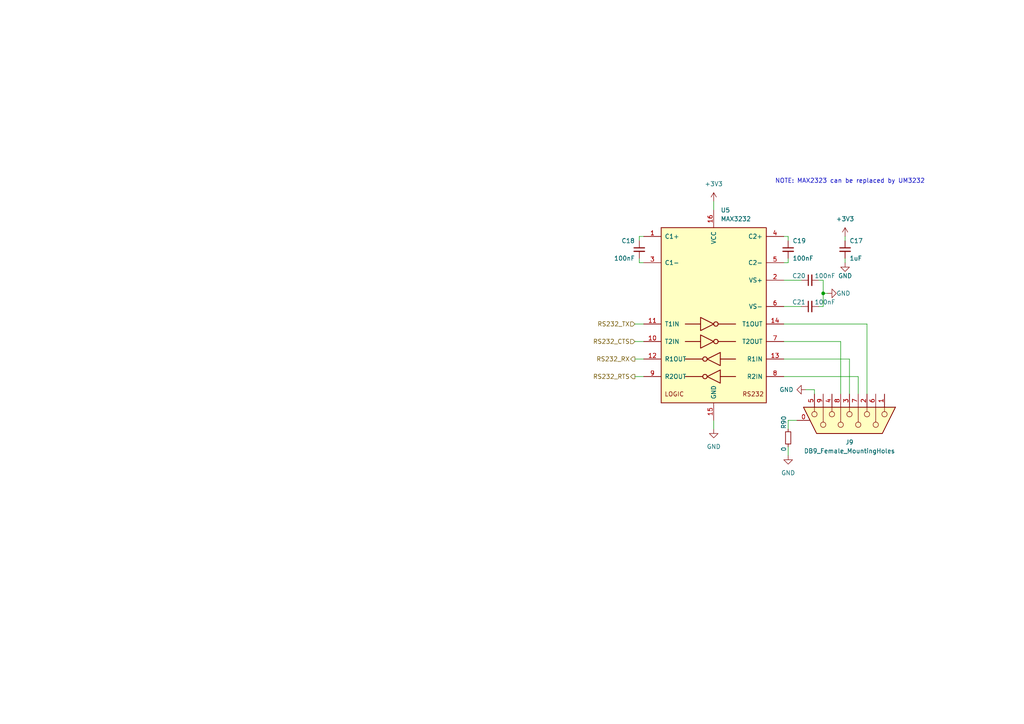
<source format=kicad_sch>
(kicad_sch (version 20211123) (generator eeschema)
  (paper "A4")
  (title_block (title "Kiethley 615 Interface Board") (date "2023-03-04") (rev "1.0") (company "Peter Farley") (comment 1 "Rev 1.0: Initial revision"))
  (lib_symbols
    (symbol "Connector:DB9_Female_MountingHoles" (pin_names (offset 1.016) hide)
      (property "Reference" "J" (at 0 16.51 0))
      (property "Value" "DB9_Female_MountingHoles" (at 0 14.605 0))
      (symbol "DB9_Female_MountingHoles_0_1"
        (circle (center -1.778 -10.16) (radius 0.762))
        (circle (center -1.778 -5.08) (radius 0.762))
        (circle (center -1.778 0) (radius 0.762))
        (circle (center -1.778 5.08) (radius 0.762))
        (circle (center -1.778 10.16) (radius 0.762))
        (polyline (pts (xy -3.81 -10.16) (xy -2.54 -10.16)))
        (polyline (pts (xy -3.81 -7.62) (xy 0.508 -7.62)))
        (polyline (pts (xy -3.81 -5.08) (xy -2.54 -5.08)))
        (polyline (pts (xy -3.81 -2.54) (xy 0.508 -2.54)))
        (polyline (pts (xy -3.81 0) (xy -2.54 0)))
        (polyline (pts (xy -3.81 2.54) (xy 0.508 2.54)))
        (polyline (pts (xy -3.81 5.08) (xy -2.54 5.08)))
        (polyline (pts (xy -3.81 7.62) (xy 0.508 7.62)))
        (polyline (pts (xy -3.81 10.16) (xy -2.54 10.16)))
        (polyline (pts (xy -3.81 13.335) (xy -3.81 -13.335) (xy 3.81 -9.525) (xy 3.81 9.525) (xy -3.81 13.335)) (stroke (width 0.254)) (fill (type background)))
        (circle (center 1.27 -7.62) (radius 0.762))
        (circle (center 1.27 -2.54) (radius 0.762))
        (circle (center 1.27 2.54) (radius 0.762))
        (circle (center 1.27 7.62) (radius 0.762))
      )
      (symbol "DB9_Female_MountingHoles_1_1"
        (pin passive line (at 0 -15.24 90) (length 3.81) (name "PAD") (number "0"))
        (pin passive line (at -7.62 10.16 0) (length 3.81) (name "1") (number "1"))
        (pin passive line (at -7.62 5.08 0) (length 3.81) (name "2") (number "2"))
        (pin passive line (at -7.62 0 0) (length 3.81) (name "3") (number "3"))
        (pin passive line (at -7.62 -5.08 0) (length 3.81) (name "4") (number "4"))
        (pin passive line (at -7.62 -10.16 0) (length 3.81) (name "5") (number "5"))
        (pin passive line (at -7.62 7.62 0) (length 3.81) (name "6") (number "6"))
        (pin passive line (at -7.62 2.54 0) (length 3.81) (name "7") (number "7"))
        (pin passive line (at -7.62 -2.54 0) (length 3.81) (name "8") (number "8"))
        (pin passive line (at -7.62 -7.62 0) (length 3.81) (name "9") (number "9"))
      )
    )
    (symbol "Device:C_Small" (pin_numbers hide) (pin_names (offset 0.254) hide)
      (property "Reference" "C" (at 0.254 1.778 0))
      (property "Value" "C_Small" (at 0.254 -2.032 0))
      (symbol "C_Small_0_1"
        (polyline (pts (xy -1.524 -0.508) (xy 1.524 -0.508)) (stroke (width 0.3302)))
        (polyline (pts (xy -1.524 0.508) (xy 1.524 0.508)) (stroke (width 0.3048)))
      )
      (symbol "C_Small_1_1"
        (pin passive line (at 0 2.54 270) (length 2.032) (name "~") (number "1"))
        (pin passive line (at 0 -2.54 90) (length 2.032) (name "~") (number "2"))
      )
    )
    (symbol "Device:R_Small" (pin_numbers hide) (pin_names (offset 0.254) hide)
      (property "Reference" "R" (at 0.762 0.508 0))
      (property "Value" "R_Small" (at 0.762 -1.016 0))
      (symbol "R_Small_0_1"
        (rectangle (start -0.762 1.778) (end 0.762 -1.778) (stroke (width 0.2032)))
      )
      (symbol "R_Small_1_1"
        (pin passive line (at 0 2.54 270) (length 0.762) (name "~") (number "1"))
        (pin passive line (at 0 -2.54 90) (length 0.762) (name "~") (number "2"))
      )
    )
    (symbol "Interface_UART:MAX3232" (pin_names (offset 1.016))
      (property "Reference" "U" (at -2.54 28.575 0))
      (property "Value" "MAX3232" (at -2.54 26.67 0))
      (symbol "MAX3232_0_0"
        (text "LOGIC" (at -11.43 -22.86 0) (effects (font (size 1.27 1.27))))
        (text "RS232" (at 11.43 -22.86 0) (effects (font (size 1.27 1.27))))
      )
      (symbol "MAX3232_0_1"
        (rectangle (start -15.24 -25.4) (end 15.24 25.4) (stroke (width 0.254)) (fill (type background)))
        (circle (center -2.54 -17.78) (radius 0.635) (stroke (width 0.254)))
        (circle (center -2.54 -12.7) (radius 0.635) (stroke (width 0.254)))
        (polyline (pts (xy -3.81 -7.62) (xy -8.255 -7.62)) (stroke (width 0.254)))
        (polyline (pts (xy -3.81 -2.54) (xy -8.255 -2.54)) (stroke (width 0.254)))
        (polyline (pts (xy -3.175 -17.78) (xy -8.255 -17.78)) (stroke (width 0.254)))
        (polyline (pts (xy -3.175 -12.7) (xy -8.255 -12.7)) (stroke (width 0.254)))
        (polyline (pts (xy 1.27 -7.62) (xy 6.35 -7.62)) (stroke (width 0.254)))
        (polyline (pts (xy 1.27 -2.54) (xy 6.35 -2.54)) (stroke (width 0.254)))
        (polyline (pts (xy 1.905 -17.78) (xy 6.35 -17.78)) (stroke (width 0.254)))
        (polyline (pts (xy 1.905 -12.7) (xy 6.35 -12.7)) (stroke (width 0.254)))
        (polyline (pts (xy -3.81 -5.715) (xy -3.81 -9.525) (xy 0 -7.62) (xy -3.81 -5.715)) (stroke (width 0.254)))
        (polyline (pts (xy -3.81 -0.635) (xy -3.81 -4.445) (xy 0 -2.54) (xy -3.81 -0.635)) (stroke (width 0.254)))
        (polyline (pts (xy 1.905 -15.875) (xy 1.905 -19.685) (xy -1.905 -17.78) (xy 1.905 -15.875)) (stroke (width 0.254)))
        (polyline (pts (xy 1.905 -10.795) (xy 1.905 -14.605) (xy -1.905 -12.7) (xy 1.905 -10.795)) (stroke (width 0.254)))
        (circle (center 0.635 -7.62) (radius 0.635) (stroke (width 0.254)))
        (circle (center 0.635 -2.54) (radius 0.635) (stroke (width 0.254)))
      )
      (symbol "MAX3232_1_1"
        (pin passive line (at -20.32 22.86 0) (length 5.08) (name "C1+") (number "1"))
        (pin input line (at -20.32 -7.62 0) (length 5.08) (name "T2IN") (number "10"))
        (pin input line (at -20.32 -2.54 0) (length 5.08) (name "T1IN") (number "11"))
        (pin output line (at -20.32 -12.7 0) (length 5.08) (name "R1OUT") (number "12"))
        (pin input line (at 20.32 -12.7 180) (length 5.08) (name "R1IN") (number "13"))
        (pin output line (at 20.32 -2.54 180) (length 5.08) (name "T1OUT") (number "14"))
        (pin power_in line (at 0 -30.48 90) (length 5.08) (name "GND") (number "15"))
        (pin power_in line (at 0 30.48 270) (length 5.08) (name "VCC") (number "16"))
        (pin power_out line (at 20.32 10.16 180) (length 5.08) (name "VS+") (number "2"))
        (pin passive line (at -20.32 15.24 0) (length 5.08) (name "C1-") (number "3"))
        (pin passive line (at 20.32 22.86 180) (length 5.08) (name "C2+") (number "4"))
        (pin passive line (at 20.32 15.24 180) (length 5.08) (name "C2-") (number "5"))
        (pin power_out line (at 20.32 2.54 180) (length 5.08) (name "VS-") (number "6"))
        (pin output line (at 20.32 -7.62 180) (length 5.08) (name "T2OUT") (number "7"))
        (pin input line (at 20.32 -17.78 180) (length 5.08) (name "R2IN") (number "8"))
        (pin output line (at -20.32 -17.78 0) (length 5.08) (name "R2OUT") (number "9"))
      )
    )
    (symbol "power:+3V3" (power) (pin_names (offset 0))
      (property "Value" "+3V3" (at 0 3.556 0))
      (symbol "+3V3_0_1"
        (polyline (pts (xy -0.762 1.27) (xy 0 2.54)))
        (polyline (pts (xy 0 0) (xy 0 2.54)))
        (polyline (pts (xy 0 2.54) (xy 0.762 1.27)))
      )
      (symbol "+3V3_1_1"
        (pin power_in line (at 0 0 90) (length 0) hide (name "+3V3") (number "1"))
      )
    )
    (symbol "power:GND" (power) (pin_names (offset 0))
      (property "Value" "GND" (at 0 -3.81 0))
      (symbol "GND_0_1"
        (polyline (pts (xy 0 0) (xy 0 -1.27) (xy 1.27 -1.27) (xy 0 -2.54) (xy -1.27 -1.27) (xy 0 -1.27)))
      )
      (symbol "GND_1_1"
        (pin power_in line (at 0 0 270) (length 0) hide (name "GND") (number "1"))
      )
    )
  )
  (junction (at 238.76 85.09))
  (wire (pts (xy 228.6 129.54) (xy 228.6 132.08)))
  (wire (pts (xy 238.76 85.09) (xy 240.03 85.09)))
  (wire (pts (xy 227.33 81.28) (xy 232.41 81.28)))
  (wire (pts (xy 245.11 68.58) (xy 245.11 69.85)))
  (wire (pts (xy 251.46 93.98) (xy 227.33 93.98)))
  (wire (pts (xy 248.92 109.22) (xy 227.33 109.22)))
  (wire (pts (xy 243.84 99.06) (xy 227.33 99.06)))
  (wire (pts (xy 251.46 114.3) (xy 251.46 93.98)))
  (wire (pts (xy 233.68 113.03) (xy 236.22 113.03)))
  (wire (pts (xy 236.22 113.03) (xy 236.22 114.3)))
  (wire (pts (xy 245.11 74.93) (xy 245.11 76.2)))
  (wire (pts (xy 228.6 74.93) (xy 228.6 76.2)))
  (wire (pts (xy 243.84 114.3) (xy 243.84 99.06)))
  (wire (pts (xy 228.6 121.92) (xy 228.6 124.46)))
  (wire (pts (xy 184.15 93.98) (xy 186.69 93.98)))
  (wire (pts (xy 228.6 69.85) (xy 228.6 68.58)))
  (wire (pts (xy 246.38 114.3) (xy 246.38 104.14)))
  (wire (pts (xy 228.6 68.58) (xy 227.33 68.58)))
  (wire (pts (xy 248.92 114.3) (xy 248.92 109.22)))
  (wire (pts (xy 184.15 99.06) (xy 186.69 99.06)))
  (wire (pts (xy 185.42 68.58) (xy 186.69 68.58)))
  (wire (pts (xy 238.76 81.28) (xy 238.76 85.09)))
  (wire (pts (xy 227.33 88.9) (xy 232.41 88.9)))
  (wire (pts (xy 246.38 104.14) (xy 227.33 104.14)))
  (wire (pts (xy 185.42 69.85) (xy 185.42 68.58)))
  (wire (pts (xy 207.01 58.42) (xy 207.01 60.96)))
  (wire (pts (xy 231.14 121.92) (xy 228.6 121.92)))
  (wire (pts (xy 185.42 76.2) (xy 185.42 74.93)))
  (wire (pts (xy 184.15 104.14) (xy 186.69 104.14)))
  (wire (pts (xy 238.76 88.9) (xy 238.76 85.09)))
  (wire (pts (xy 228.6 76.2) (xy 227.33 76.2)))
  (wire (pts (xy 186.69 76.2) (xy 185.42 76.2)))
  (wire (pts (xy 237.49 88.9) (xy 238.76 88.9)))
  (wire (pts (xy 207.01 121.92) (xy 207.01 124.46)))
  (wire (pts (xy 237.49 81.28) (xy 238.76 81.28)))
  (wire (pts (xy 184.15 109.22) (xy 186.69 109.22)))
  (text "NOTE: MAX2323 can be replaced by UM3232" (at 224.79 53.34 0) (effects (font (size 1.27 1.27)) (justify left bottom)))
  (hierarchical_label "RS232_TX" (shape input) (at 184.15 93.98 180))
  (hierarchical_label "RS232_RTS" (shape output) (at 184.15 109.22 180))
  (hierarchical_label "RS232_CTS" (shape input) (at 184.15 99.06 180))
  (hierarchical_label "RS232_RX" (shape output) (at 184.15 104.14 180))
  (symbol (lib_id "power:+3V3") (at 207.01 58.42 0) (unit 1)
    (property "Reference" "#PWR0158" (effects hide))
    (property "Value" "+3V3" (at 207.01 53.34 0))
  )
  (symbol (lib_id "Device:C_Small") (at 228.6 72.39 0) (mirror y) (unit 1)
    (property "Reference" "C19" (at 229.87 69.85 0) (effects (justify right)))
    (property "Value" "100nF" (at 229.87 74.93 0) (effects (justify right)))
    (property "Footprint" "Capacitor_SMD:C_0603_1608Metric" (effects hide))
  )
  (symbol (lib_id "Device:R_Small") (at 228.6 127 0) (unit 1)
    (property "Reference" "R90" (at 227.33 124.46 90) (effects (justify left)))
    (property "Value" "0" (at 227.33 129.54 90) (effects (justify right)))
    (property "Footprint" "Resistor_SMD:R_0603_1608Metric" (effects hide))
  )
  (symbol (lib_id "Device:C_Small") (at 185.42 72.39 0) (mirror y) (unit 1)
    (property "Reference" "C18" (at 184.15 69.85 0) (effects (justify left)))
    (property "Value" "100nF" (at 184.15 74.93 0) (effects (justify left)))
    (property "Footprint" "Capacitor_SMD:C_0603_1608Metric" (effects hide))
  )
  (symbol (lib_id "Interface_UART:MAX3232") (at 207.01 91.44 0) (unit 1)
    (property "Reference" "U5" (at 209.0294 60.96 0) (effects (justify left)))
    (property "Value" "MAX3232" (at 209.0294 63.5 0) (effects (justify left)))
    (property "Footprint" "Package_SO:SOIC-16_3.9x9.9mm_P1.27mm" (effects hide))
    (property "Datasheet" "https://www.ti.com/lit/ds/symlink/max3232e.pdf" (effects hide))
    (property "DigiKey" "https://www.digikey.com/en/products/detail/texas-instruments/MAX3232EIDR/1089416?s=N4IgTCBcDaILYEMDGBmMaQF0C%2BQ" (effects hide))
  )
  (symbol (lib_id "Device:C_Small") (at 245.11 72.39 0) (mirror y) (unit 1)
    (property "Reference" "C17" (at 246.38 69.85 0) (effects (justify right)))
    (property "Value" "1uF" (at 246.38 74.93 0) (effects (justify right)))
    (property "Footprint" "Capacitor_SMD:C_0603_1608Metric" (effects hide))
  )
  (symbol (lib_id "Device:C_Small") (at 234.95 88.9 90) (mirror x) (unit 1)
    (property "Reference" "C21" (at 233.68 87.63 90) (effects (justify left)))
    (property "Value" "100nF" (at 236.22 87.63 90) (effects (justify right)))
    (property "Footprint" "Capacitor_SMD:C_0603_1608Metric" (effects hide))
  )
  (symbol (lib_id "Connector:DB9_Female_MountingHoles") (at 246.38 121.92 270) (unit 1)
    (property "Reference" "J9" (at 246.38 128.27 90))
    (property "Value" "DB9_Female_MountingHoles" (at 246.38 130.81 90))
    (property "Footprint" "lib:ASSMANN_A-DF_09_A_KG-T2S" (effects hide))
    (property "Datasheet" " ~" (effects hide))
  )
  (symbol (lib_id "power:GND") (at 228.6 132.08 0) (unit 1)
    (property "Reference" "#PWR0157" (effects hide))
    (property "Value" "GND" (at 228.6 137.16 0))
  )
  (symbol (lib_id "power:GND") (at 240.03 85.09 90) (unit 1)
    (property "Reference" "#PWR0155" (effects hide))
    (property "Value" "GND" (at 242.57 85.09 90) (effects (justify right)))
  )
  (symbol (lib_id "power:GND") (at 207.01 124.46 0) (unit 1)
    (property "Reference" "#PWR0154" (effects hide))
    (property "Value" "GND" (at 207.01 129.54 0))
  )
  (symbol (lib_id "Device:C_Small") (at 234.95 81.28 90) (mirror x) (unit 1)
    (property "Reference" "C20" (at 233.68 80.01 90) (effects (justify left)))
    (property "Value" "100nF" (at 236.22 80.01 90) (effects (justify right)))
    (property "Footprint" "Capacitor_SMD:C_0603_1608Metric" (effects hide))
  )
  (symbol (lib_id "power:GND") (at 233.68 113.03 270) (unit 1)
    (property "Reference" "#PWR0156" (effects hide))
    (property "Value" "GND" (at 226.06 113.03 90) (effects (justify left)))
  )
  (symbol (lib_id "power:+3V3") (at 245.11 68.58 0) (unit 1)
    (property "Reference" "#PWR0153" (effects hide))
    (property "Value" "+3V3" (at 245.11 63.5 0))
  )
  (symbol (lib_id "power:GND") (at 245.11 76.2 0) (unit 1)
    (property "Reference" "#PWR0159" (effects hide))
    (property "Value" "GND" (at 245.11 80.01 0))
  )
)
</source>
